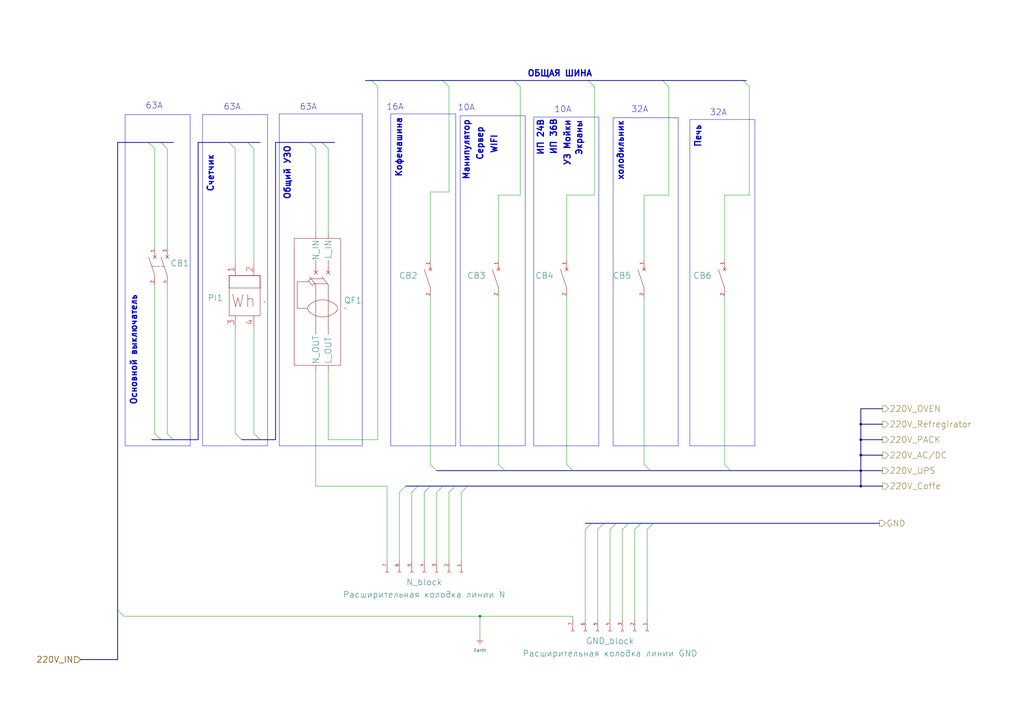
<source format=kicad_sch>
(kicad_sch (version 20231120) (generator "eeschema") (generator_version "8.0")
  (paper "A3")
  (lib_symbols
    (symbol "Connector:Conn_01x07_Socket_Wide" (pin_names (offset 1.016) hide)
      (property "Reference" "J" (at 0 10.16 0))
      (property "Value" "Conn_01x07_Socket_Wide" (at -3.556 -26.924 0))
      (symbol "Conn_01x07_Socket_Wide_1_1"
        (arc (start 0 -22.352) (mid -0.5058 -22.86) (end 0 -23.368) (stroke (width 0.1524)))
        (arc (start 0 -17.272) (mid -0.5058 -17.78) (end 0 -18.288) (stroke (width 0.1524)))
        (arc (start 0 -12.192) (mid -0.5058 -12.7) (end 0 -13.208) (stroke (width 0.1524)))
        (arc (start 0 -7.112) (mid -0.5058 -7.62) (end 0 -8.128) (stroke (width 0.1524)))
        (arc (start 0 -2.032) (mid -0.5058 -2.54) (end 0 -3.048) (stroke (width 0.1524)))
        (polyline (pts (xy -1.27 -22.86) (xy -0.508 -22.86)) (stroke (width 0.1524)))
        (polyline (pts (xy -1.27 -17.78) (xy -0.508 -17.78)) (stroke (width 0.1524)))
        (polyline (pts (xy -1.27 -12.7) (xy -0.508 -12.7)) (stroke (width 0.1524)))
        (polyline (pts (xy -1.27 -7.62) (xy -0.508 -7.62)) (stroke (width 0.1524)))
        (polyline (pts (xy -1.27 -2.54) (xy -0.508 -2.54)) (stroke (width 0.1524)))
        (polyline (pts (xy -1.27 2.54) (xy -0.508 2.54)) (stroke (width 0.1524)))
        (polyline (pts (xy -1.27 7.62) (xy -0.508 7.62)) (stroke (width 0.1524)))
        (arc (start 0 3.048) (mid -0.5058 2.54) (end 0 2.032) (stroke (width 0.1524)))
        (arc (start 0 8.128) (mid -0.5058 7.62) (end 0 7.112) (stroke (width 0.1524)))
        (pin passive line (at -5.08 7.62 0) (length 3.81) (name "Pin_1") (number "1"))
        (pin passive line (at -5.08 2.54 0) (length 3.81) (name "Pin_2") (number "2"))
        (pin passive line (at -5.08 -2.54 0) (length 3.81) (name "Pin_3") (number "3"))
        (pin passive line (at -5.08 -7.62 0) (length 3.81) (name "Pin_4") (number "4"))
        (pin passive line (at -5.08 -12.7 0) (length 3.81) (name "Pin_5") (number "5"))
        (pin passive line (at -5.08 -17.78 0) (length 3.81) (name "Pin_6") (number "6"))
        (pin passive line (at -5.08 -22.86 0) (length 3.81) (name "Pin_7") (number "7"))
      )
    )
    (symbol "Device:CircuitBreaker_1P"
      (property "Reference" "CB" (at 1.905 0 0))
      (property "Value" "CircuitBreaker_1P" (at 1.905 1.905 0))
      (symbol "CircuitBreaker_1P_0_1"
        (polyline (pts (xy 0 -5.08) (xy 0 -3.81)))
        (polyline (pts (xy 0 -3.81) (xy -2.54 3.81)))
      )
      (symbol "CircuitBreaker_1P_1_1"
        (polyline (pts (xy -0.635 4.445) (xy 0.635 3.175)))
        (polyline (pts (xy 0 5.08) (xy 0 3.81)))
        (polyline (pts (xy 0.635 4.445) (xy -0.635 3.175)))
        (pin passive line (at 0 7.62 270) (length 2.54) (name "~") (number "1"))
        (pin passive line (at 0 -7.62 90) (length 2.54) (name "~") (number "2"))
      )
    )
    (symbol "Device:CircuitBreaker_2P"
      (property "Reference" "CB" (at 3.81 0 0))
      (property "Value" "CircuitBreaker_2P" (at 3.81 2.54 0))
      (symbol "CircuitBreaker_2P_0_1"
        (polyline (pts (xy -3.81 0) (xy -2.286 0)))
        (polyline (pts (xy -2.54 -3.81) (xy -5.08 3.81)))
        (polyline (pts (xy -1.778 0) (xy -0.508 0)))
        (polyline (pts (xy 0 0) (xy 1.27 0)))
        (polyline (pts (xy 2.54 -5.08) (xy 2.54 -3.81)))
        (polyline (pts (xy 2.54 -3.81) (xy 0 3.81)))
      )
      (symbol "CircuitBreaker_2P_1_1"
        (polyline (pts (xy -3.175 4.445) (xy -1.905 3.175)))
        (polyline (pts (xy -2.54 -3.81) (xy -2.54 -5.08)))
        (polyline (pts (xy -2.54 5.08) (xy -2.54 3.81)))
        (polyline (pts (xy -1.905 4.445) (xy -3.175 3.175)))
        (polyline (pts (xy 1.905 4.445) (xy 3.175 3.175)))
        (polyline (pts (xy 2.54 5.08) (xy 2.54 3.81)))
        (polyline (pts (xy 3.175 4.445) (xy 1.905 3.175)))
        (pin passive line (at -2.54 7.62 270) (length 2.54) (name "~") (number "1"))
        (pin passive line (at -2.54 -7.62 90) (length 2.54) (name "~") (number "2"))
        (pin passive line (at 2.54 7.62 270) (length 2.54) (name "~") (number "3"))
        (pin passive line (at 2.54 -7.62 90) (length 2.54) (name "~") (number "4"))
      )
    )
    (symbol "Device:PowerMeter"
      (property "Reference" "PI" (at 0 4.064 0))
      (symbol "PowerMeter_0_1"
        (rectangle (start -6.35 -3.81) (end 6.35 -20.32))
        (rectangle (start -6.35 -3.81) (end 6.35 -8.89))
      )
      (symbol "PowerMeter_1_1"
        (text "Wh" (at -0.508 -14.224 0) (effects (font (size 5 5))))
        (pin passive line (at -3.81 1.27 270) (length 5) (name "") (number "1"))
        (pin passive line (at 3.81 1.27 270) (length 5) (name "") (number "2"))
        (pin passive line (at -3.81 -25.4 90) (length 5) (name "") (number "3"))
        (pin passive line (at 3.81 -25.4 90) (length 5) (name "") (number "4"))
      )
    )
    (symbol "Device:Residual_current_device"
      (property "Reference" "QF" (at -0.508 2.286 0))
      (symbol "Residual_current_device_0_1"
        (rectangle (start -26.67 -7.62) (end 25.4 -26.67))
        (polyline (pts (xy -13.462 -18.542) (xy -11.938 -17.018)))
        (polyline (pts (xy -13.462 -17.018) (xy -11.938 -18.542)))
        (polyline (pts (xy -13.462 -13.462) (xy -11.938 -11.938)))
        (polyline (pts (xy -13.462 -11.938) (xy -11.938 -13.462)))
        (polyline (pts (xy -12.7 -17.78) (xy -17.78 -17.78)))
        (polyline (pts (xy -12.7 -12.7) (xy -17.78 -12.7)))
        (polyline (pts (xy -10.16 -19.812) (xy -10.16 -14.732)))
        (polyline (pts (xy -8.128 -18.288) (xy -8.128 -13.208)))
        (polyline (pts (xy -7.62 -17.78) (xy -10.922 -20.32)))
        (polyline (pts (xy -7.62 -17.78) (xy 12.7 -17.78)))
        (polyline (pts (xy -7.62 -12.7) (xy -10.922 -15.24)))
        (polyline (pts (xy -7.62 -12.7) (xy 12.7 -12.7)))
        (polyline (pts (xy -10.16 -19.812) (xy -9.398 -20.828) (xy -7.366 -19.304) (xy -8.128 -18.288)))
        (polyline (pts (xy -8.89 -20.574) (xy -8.89 -25.4) (xy 2.032 -25.4) (xy 2.032 -21.082)))
        (arc (start 0.762 -20.5738) (mid 2.032 -21.0999) (end 3.302 -20.5738))
        (arc (start 0.8889 -9.271) (mid -1.4783 -14.986) (end 0.8889 -20.701))
        (arc (start 3.175 -20.701) (mid 5.5422 -14.986) (end 3.175 -9.271))
        (arc (start 3.302 -9.398) (mid 2.032 -8.8719) (end 0.762 -9.398))
      )
      (symbol "Residual_current_device_1_1"
        (pin input line (at -29.21 -12.7 0) (length 2.54) (name "L_IN") (number ""))
        (pin output line (at 27.94 -12.7 180) (length 2.54) (name "L_OUT") (number ""))
        (pin input line (at -29.21 -17.78 0) (length 2.54) (name "N_IN") (number ""))
        (pin output line (at 27.94 -17.78 180) (length 2.54) (name "N_OUT") (number ""))
      )
    )
    (symbol "power:Earth" (power) (pin_numbers hide) (pin_names (offset 0) hide)
      (property "Value" "Earth" (at 0 -3.81 0))
      (symbol "Earth_0_1"
        (polyline (pts (xy -0.635 -1.905) (xy 0.635 -1.905)))
        (polyline (pts (xy -0.127 -2.54) (xy 0.127 -2.54)))
        (polyline (pts (xy 0 -1.27) (xy 0 0)))
        (polyline (pts (xy 1.27 -1.27) (xy -1.27 -1.27)))
      )
      (symbol "Earth_1_1"
        (pin power_in line (at 0 0 270) (length 0) (name "~") (number "1"))
      )
    )
  )
  (junction (at 353.06 193.04))
  (junction (at 353.06 180.34))
  (junction (at 353.06 186.69))
  (junction (at 353.06 199.39))
  (junction (at 353.06 173.99))
  (junction (at 196.85 252.73))
  (bus_entry (at 271.78 33.02) (size 2.54 2.54))
  (bus_entry (at 297.18 190.5) (size 2.54 2.54))
  (bus_entry (at 68.58 177.8) (size 2.54 2.54))
  (bus_entry (at 104.14 177.8) (size 2.54 2.54))
  (bus_entry (at 262.89 214.63) (size -2.54 2.54))
  (bus_entry (at 66.04 58.42) (size 2.54 2.54))
  (bus_entry (at 257.81 214.63) (size -2.54 2.54))
  (bus_entry (at 232.41 190.5) (size 2.54 2.54))
  (bus_entry (at 101.6 58.42) (size 2.54 2.54))
  (bus_entry (at 93.98 58.42) (size 2.54 2.54))
  (bus_entry (at 63.5 177.8) (size 2.54 2.54))
  (bus_entry (at 264.16 190.5) (size 2.54 2.54))
  (bus_entry (at 171.45 199.39) (size -2.54 2.54))
  (bus_entry (at 166.37 199.39) (size -2.54 2.54))
  (bus_entry (at 242.57 214.63) (size -2.54 2.54))
  (bus_entry (at 181.61 199.39) (size -2.54 2.54))
  (bus_entry (at 252.73 214.63) (size -2.54 2.54))
  (bus_entry (at 132.08 58.42) (size 2.54 2.54))
  (bus_entry (at 191.77 199.39) (size -2.54 2.54))
  (bus_entry (at 176.53 190.5) (size 2.54 2.54))
  (bus_entry (at 96.52 177.8) (size 2.54 2.54))
  (bus_entry (at 152.4 33.02) (size 2.54 2.54))
  (bus_entry (at 127 58.42) (size 2.54 2.54))
  (bus_entry (at 186.69 199.39) (size -2.54 2.54))
  (bus_entry (at 241.3 33.02) (size 2.54 2.54))
  (bus_entry (at 267.97 214.63) (size -2.54 2.54))
  (bus_entry (at 204.47 190.5) (size 2.54 2.54))
  (bus_entry (at 48.26 250.19) (size 2.54 2.54))
  (bus_entry (at 304.8 33.02) (size 2.54 2.54))
  (bus_entry (at 247.65 214.63) (size -2.54 2.54))
  (bus_entry (at 210.82 33.02) (size 2.54 2.54))
  (bus_entry (at 181.61 33.02) (size 2.54 2.54))
  (bus_entry (at 176.53 199.39) (size -2.54 2.54))
  (bus_entry (at 60.96 58.42) (size 2.54 2.54))
  (wire (pts (xy 134.62 152.4) (xy 134.62 180.34)))
  (wire (pts (xy 264.16 121.92) (xy 264.16 190.5)))
  (bus (pts (xy 186.69 199.39) (xy 191.77 199.39)))
  (wire (pts (xy 63.5 116.84) (xy 63.5 177.8)))
  (bus (pts (xy 257.81 214.63) (xy 262.89 214.63)))
  (wire (pts (xy 213.36 35.56) (xy 213.36 80.01)))
  (bus (pts (xy 113.03 180.34) (xy 113.03 58.42)))
  (wire (pts (xy 63.5 60.96) (xy 63.5 101.6)))
  (bus (pts (xy 353.06 167.64) (xy 361.95 167.64)))
  (bus (pts (xy 242.57 214.63) (xy 247.65 214.63)))
  (wire (pts (xy 184.15 35.56) (xy 184.15 78.74)))
  (wire (pts (xy 50.8 252.73) (xy 196.85 252.73)))
  (wire (pts (xy 274.32 80.01) (xy 264.16 80.01)))
  (wire (pts (xy 176.53 78.74) (xy 176.53 106.68)))
  (wire (pts (xy 96.52 134.62) (xy 96.52 177.8)))
  (wire (pts (xy 297.18 121.92) (xy 297.18 190.5)))
  (bus (pts (xy 241.3 33.02) (xy 271.78 33.02)))
  (wire (pts (xy 243.84 80.01) (xy 232.41 80.01)))
  (wire (pts (xy 240.03 217.17) (xy 240.03 254)))
  (wire (pts (xy 134.62 95.25) (xy 134.62 60.96)))
  (wire (pts (xy 179.07 201.93) (xy 179.07 229.87)))
  (wire (pts (xy 129.54 199.39) (xy 158.75 199.39)))
  (bus (pts (xy 81.28 58.42) (xy 93.98 58.42)))
  (wire (pts (xy 265.43 217.17) (xy 265.43 254)))
  (bus (pts (xy 299.72 193.04) (xy 353.06 193.04)))
  (bus (pts (xy 353.06 186.69) (xy 353.06 193.04)))
  (wire (pts (xy 68.58 60.96) (xy 68.58 101.6)))
  (wire (pts (xy 243.84 35.56) (xy 243.84 80.01)))
  (wire (pts (xy 255.27 217.17) (xy 255.27 254)))
  (bus (pts (xy 101.6 58.42) (xy 106.68 58.42)))
  (bus (pts (xy 179.07 193.04) (xy 207.01 193.04)))
  (bus (pts (xy 271.78 33.02) (xy 304.8 33.02)))
  (wire (pts (xy 184.15 78.74) (xy 176.53 78.74)))
  (wire (pts (xy 204.47 80.01) (xy 204.47 106.68)))
  (wire (pts (xy 134.62 180.34) (xy 154.94 180.34)))
  (bus (pts (xy 33.02 270.51) (xy 48.26 270.51)))
  (bus (pts (xy 48.26 250.19) (xy 48.26 58.42)))
  (wire (pts (xy 176.53 121.92) (xy 176.53 190.5)))
  (bus (pts (xy 48.26 58.42) (xy 60.96 58.42)))
  (bus (pts (xy 60.96 58.42) (xy 66.04 58.42)))
  (wire (pts (xy 307.34 35.56) (xy 307.34 80.01)))
  (bus (pts (xy 181.61 199.39) (xy 176.53 199.39)))
  (wire (pts (xy 96.52 60.96) (xy 96.52 107.95)))
  (bus (pts (xy 353.06 173.99) (xy 353.06 167.64)))
  (bus (pts (xy 247.65 214.63) (xy 252.73 214.63)))
  (bus (pts (xy 181.61 199.39) (xy 186.69 199.39)))
  (bus (pts (xy 81.28 180.34) (xy 81.28 58.42)))
  (bus (pts (xy 99.06 180.34) (xy 106.68 180.34)))
  (bus (pts (xy 71.12 180.34) (xy 81.28 180.34)))
  (bus (pts (xy 353.06 173.99) (xy 353.06 180.34)))
  (bus (pts (xy 66.04 180.34) (xy 71.12 180.34)))
  (bus (pts (xy 207.01 193.04) (xy 234.95 193.04)))
  (wire (pts (xy 168.91 201.93) (xy 168.91 229.87)))
  (wire (pts (xy 158.75 199.39) (xy 158.75 229.87)))
  (bus (pts (xy 210.82 33.02) (xy 241.3 33.02)))
  (wire (pts (xy 154.94 35.56) (xy 154.94 180.34)))
  (bus (pts (xy 353.06 173.99) (xy 361.95 173.99)))
  (wire (pts (xy 307.34 80.01) (xy 297.18 80.01)))
  (wire (pts (xy 213.36 80.01) (xy 204.47 80.01)))
  (wire (pts (xy 264.16 80.01) (xy 264.16 106.68)))
  (wire (pts (xy 260.35 217.17) (xy 260.35 254)))
  (bus (pts (xy 240.03 214.63) (xy 242.57 214.63)))
  (bus (pts (xy 149.86 33.02) (xy 152.4 33.02)))
  (bus (pts (xy 267.97 214.63) (xy 360.68 214.63)))
  (wire (pts (xy 274.32 35.56) (xy 274.32 80.01)))
  (bus (pts (xy 176.53 199.39) (xy 171.45 199.39)))
  (wire (pts (xy 189.23 201.93) (xy 189.23 229.87)))
  (bus (pts (xy 106.68 180.34) (xy 113.03 180.34)))
  (bus (pts (xy 132.08 58.42) (xy 137.16 58.42)))
  (bus (pts (xy 93.98 58.42) (xy 101.6 58.42)))
  (bus (pts (xy 171.45 199.39) (xy 166.37 199.39)))
  (bus (pts (xy 353.06 186.69) (xy 361.95 186.69)))
  (wire (pts (xy 232.41 121.92) (xy 232.41 190.5)))
  (bus (pts (xy 353.06 186.69) (xy 353.06 180.34)))
  (wire (pts (xy 129.54 152.4) (xy 129.54 199.39)))
  (bus (pts (xy 353.06 180.34) (xy 361.95 180.34)))
  (bus (pts (xy 266.7 193.04) (xy 299.72 193.04)))
  (bus (pts (xy 353.06 199.39) (xy 361.95 199.39)))
  (wire (pts (xy 232.41 80.01) (xy 232.41 106.68)))
  (wire (pts (xy 250.19 217.17) (xy 250.19 254)))
  (bus (pts (xy 262.89 214.63) (xy 267.97 214.63)))
  (wire (pts (xy 104.14 134.62) (xy 104.14 177.8)))
  (wire (pts (xy 234.95 252.73) (xy 234.95 254)))
  (bus (pts (xy 181.61 33.02) (xy 210.82 33.02)))
  (bus (pts (xy 127 58.42) (xy 132.08 58.42)))
  (bus (pts (xy 152.4 33.02) (xy 181.61 33.02)))
  (wire (pts (xy 196.85 252.73) (xy 234.95 252.73)))
  (wire (pts (xy 204.47 190.5) (xy 204.47 121.92)))
  (bus (pts (xy 252.73 214.63) (xy 257.81 214.63)))
  (wire (pts (xy 104.14 60.96) (xy 104.14 107.95)))
  (wire (pts (xy 196.85 252.73) (xy 196.85 261.62)))
  (bus (pts (xy 353.06 193.04) (xy 353.06 199.39)))
  (bus (pts (xy 66.04 58.42) (xy 71.12 58.42)))
  (bus (pts (xy 48.26 270.51) (xy 48.26 250.19)))
  (bus (pts (xy 234.95 193.04) (xy 266.7 193.04)))
  (bus (pts (xy 304.8 33.02) (xy 306.07 33.02)))
  (bus (pts (xy 353.06 193.04) (xy 361.95 193.04)))
  (bus (pts (xy 62.23 180.34) (xy 66.04 180.34)))
  (wire (pts (xy 173.99 201.93) (xy 173.99 229.87)))
  (wire (pts (xy 245.11 217.17) (xy 245.11 254)))
  (wire (pts (xy 297.18 80.01) (xy 297.18 106.68)))
  (wire (pts (xy 184.15 201.93) (xy 184.15 229.87)))
  (bus (pts (xy 113.03 58.42) (xy 127 58.42)))
  (wire (pts (xy 68.58 116.84) (xy 68.58 177.8)))
  (wire (pts (xy 129.54 60.96) (xy 129.54 95.25)))
  (bus (pts (xy 191.77 199.39) (xy 353.06 199.39)))
  (wire (pts (xy 163.83 201.93) (xy 163.83 229.87)))
  (rectangle (start 188.722 47.498) (end 215.392 182.88))
  (rectangle (start 114.554 46.736) (end 148.59 182.88))
  (rectangle (start 282.956 49.022) (end 309.626 182.88))
  (rectangle (start 218.948 48.006) (end 245.618 182.88))
  (rectangle (start 251.46 48.26) (end 278.13 182.88))
  (rectangle (start 51.308 46.99) (end 77.978 182.88))
  (rectangle (start 160.274 46.736) (end 186.944 182.88))
  (rectangle (start 83.058 46.99) (end 109.728 182.88))
  (text "Кофемашина" (at 163.576 60.452 90) (effects (font (size 2.5 2.5) (thickness 0.5) (bold yes))))
  (text "УЗ Мойки" (at 232.664 58.674 90) (effects (font (size 2.5 2.5) (thickness 0.5) (bold yes))))
  (text "Экраны" (at 237.49 56.642 90) (effects (font (size 2.5 2.5) (thickness 0.5) (bold yes))))
  (text "WIFI" (at 202.692 59.182 90) (effects (font (size 2.5 2.5) (thickness 0.5) (bold yes))))
  (text "32А" (at 262.382 44.958 0) (effects (font (size 2.5 2.5))))
  (text "Печь" (at 286.258 55.88 90) (effects (font (size 2.5 2.5) (thickness 0.5) (bold yes))))
  (text "Манипулятор" (at 191.262 61.468 90) (effects (font (size 2.5 2.5) (thickness 0.5) (bold yes))))
  (text "Общий УЗО" (at 117.856 70.866 90) (effects (font (size 2.5 2.5) (thickness 0.5) (bold yes))))
  (text "ОБЩАЯ ШИНА" (at 229.616 30.226 0) (effects (font (size 2.5 2.5) (thickness 0.5) (bold yes))))
  (text "10А" (at 191.262 44.196 0) (effects (font (size 2.5 2.5))))
  (text "Сервер" (at 196.85 58.928 90) (effects (font (size 2.5 2.5) (thickness 0.5) (bold yes))))
  (text "ИП 36В" (at 227.076 56.134 90) (effects (font (size 2.5 2.5) (thickness 0.5) (bold yes))))
  (text "63А" (at 126.492 43.942 0) (effects (font (size 2.5 2.5))))
  (text "10А" (at 230.886 44.958 0) (effects (font (size 2.5 2.5))))
  (text "холодильник" (at 254.508 61.722 90) (effects (font (size 2.5 2.5) (thickness 0.5) (bold yes))))
  (text "Основной выключатель" (at 54.864 143.51 90) (effects (font (size 2.5 2.5) (thickness 0.5) (bold yes))))
  (text "Счетчик" (at 86.36 71.12 90) (effects (font (size 2.5 2.5) (thickness 0.5) (bold yes))))
  (text "63А" (at 63.246 43.434 0) (effects (font (size 2.5 2.5))))
  (text "32А" (at 294.64 46.228 0) (effects (font (size 2.5 2.5))))
  (text "ИП 24В" (at 221.742 56.388 90) (effects (font (size 2.5 2.5) (thickness 0.5) (bold yes))))
  (text "16А" (at 162.052 43.942 0) (effects (font (size 2.5 2.5))))
  (text "63А" (at 95.25 43.942 0) (effects (font (size 2.5 2.5))))
  (hierarchical_label "220V_IN" (shape input) (at 33.02 270.51 180) (effects (font (size 2.5 2.5) (thickness 0.254) (bold yes))))
  (hierarchical_label "GND" (shape output) (at 360.68 214.63 0) (effects (font (size 2.5 2.5))))
  (hierarchical_label "220V_OVEN" (shape output) (at 361.95 167.64 0) (effects (font (size 2.5 2.5))))
  (hierarchical_label "220V_UPS" (shape output) (at 361.95 193.04 0) (effects (font (size 2.5 2.5))))
  (hierarchical_label "220V_PACK" (shape output) (at 361.95 180.34 0) (effects (font (size 2.5 2.5))))
  (hierarchical_label "220V_AC{slash}DC" (shape output) (at 361.95 186.69 0) (effects (font (size 2.5 2.5))))
  (hierarchical_label "220V_Coffe" (shape output) (at 361.95 199.39 0) (effects (font (size 2.5 2.5))))
  (hierarchical_label "220V_Refregirator" (shape output) (at 361.95 173.99 0) (effects (font (size 2.5 2.5))))
  (symbol (lib_id "power:Earth") (at 196.85 261.62 0) (unit 1)
    (property "Reference" "#PWR01" (effects (hide yes)))
    (property "Value" "Earth" (at 196.85 266.7 0))
    (property "Description" "Power symbol creates a global label with name \"Earth\"" (effects (hide yes)))
  )
  (symbol (lib_id "Device:CircuitBreaker_2P") (at 66.04 109.22 0) (unit 1)
    (property "Reference" "CB1" (at 69.85 107.9499 0) (effects (font (size 2.5 2.5)) (justify left)))
    (property "Value" "CircuitBreaker_2P" (effects (hide yes)))
    (property "Description" "Double pole circuit breaker" (effects (hide yes)))
  )
  (symbol (lib_id "Connector:Conn_01x07_Socket_Wide") (at 257.81 259.08 270) (unit 1)
    (property "Reference" "GND_block" (at 250.19 262.89 90) (effects (font (size 2.5 2.5))))
    (property "Value" "Расширительная колодка линии GND" (at 250.19 267.97 90) (effects (font (size 2.5 2.5))))
    (property "Description" "Generic connector, single row, 01x07, script generated" (effects (hide yes)))
  )
  (symbol (lib_id "Device:CircuitBreaker_1P") (at 232.41 114.3 0) (unit 1)
    (property "Reference" "CB4" (at 219.456 113.03 0) (effects (font (size 2.5 2.5)) (justify left)))
    (property "Value" "CircuitBreaker_1P" (effects (hide yes)))
    (property "Description" "Single pole circuit breaker" (effects (hide yes)))
  )
  (symbol (lib_id "Device:CircuitBreaker_1P") (at 297.18 114.3 0) (unit 1)
    (property "Reference" "CB6" (at 284.226 113.03 0) (effects (font (size 2.5 2.5)) (justify left)))
    (property "Value" "CircuitBreaker_1P" (effects (hide yes)))
    (property "Description" "Single pole circuit breaker" (effects (hide yes)))
  )
  (symbol (lib_id "Device:PowerMeter") (at 100.33 109.22 0) (unit 1)
    (property "Reference" "PI1" (at 85.09 122.174 0) (effects (font (size 2.5 2.5)) (justify left)))
    (property "Value" "~" (at 107.95 123.825 0) (effects (justify left)))
  )
  (symbol (lib_id "Device:Residual_current_device") (at 147.32 124.46 270) (unit 1)
    (property "Reference" "QF1" (at 140.97 123.19 90) (effects (font (size 2.5 2.5)) (justify left)))
    (property "Value" "~" (at 140.97 126.365 90) (effects (justify left)))
  )
  (symbol (lib_id "Device:CircuitBreaker_1P") (at 176.53 114.3 0) (unit 1)
    (property "Reference" "CB2" (at 163.576 113.03 0) (effects (font (size 2.5 2.5)) (justify left)))
    (property "Value" "CircuitBreaker_1P" (effects (hide yes)))
    (property "Description" "Single pole circuit breaker" (effects (hide yes)))
  )
  (symbol (lib_id "Device:CircuitBreaker_1P") (at 204.47 114.3 0) (unit 1)
    (property "Reference" "CB3" (at 191.516 113.03 0) (effects (font (size 2.5 2.5)) (justify left)))
    (property "Value" "CircuitBreaker_1P" (effects (hide yes)))
    (property "Description" "Single pole circuit breaker" (effects (hide yes)))
  )
  (symbol (lib_id "Connector:Conn_01x07_Socket_Wide") (at 181.61 234.95 270) (unit 1)
    (property "Reference" "N_block" (at 173.99 238.76 90) (effects (font (size 2.5 2.5))))
    (property "Value" "Расширительная колодка линии N" (at 173.99 243.84 90) (effects (font (size 2.5 2.5))))
    (property "Description" "Generic connector, single row, 01x07, script generated" (effects (hide yes)))
  )
  (symbol (lib_id "Device:CircuitBreaker_1P") (at 264.16 114.3 0) (unit 1)
    (property "Reference" "CB5" (at 251.206 113.03 0) (effects (font (size 2.5 2.5)) (justify left)))
    (property "Value" "CircuitBreaker_1P" (effects (hide yes)))
    (property "Description" "Single pole circuit breaker" (effects (hide yes)))
  )
)
</source>
